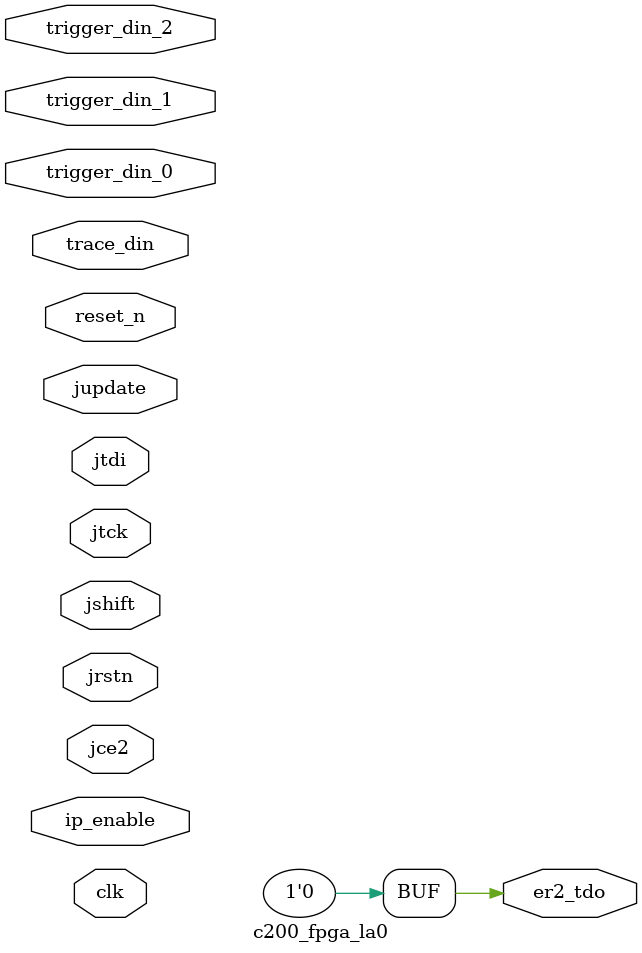
<source format=v>

/* WARNING - Changes to this file should be performed by re-running IPexpress
or modifying the .LPC file and regenerating the core.  Other changes may lead
to inconsistent simulation and/or implemenation results */

module c200_fpga_la0 (
    clk,
    reset_n,
    jtck,
    jrstn,
    jce2,
    jtdi,
    er2_tdo,
    jshift,
    jupdate,
    trigger_din_0,
    trigger_din_1,
    trigger_din_2,
    trace_din,
    ip_enable
);

// PARAMETERS DEFINED BY USER
localparam NUM_TRACE_SIGNALS   = 38;
localparam NUM_TRIGGER_SIGNALS = 10;
localparam INCLUDE_TRIG_DATA   = 0;
localparam NUM_TU_BITS_0       = 1;
localparam NUM_TU_BITS_1       = 8;
localparam NUM_TU_BITS_2       = 1;

input  clk;
input  reset_n;
input  jtck;
input  jrstn;
input  jce2;
input  jtdi;
output er2_tdo;
input  jshift;
input  jupdate;
input  [NUM_TU_BITS_0 -1:0] trigger_din_0;
input  [NUM_TU_BITS_1 -1:0] trigger_din_1;
input  [NUM_TU_BITS_2 -1:0] trigger_din_2;
input  [NUM_TRACE_SIGNALS + (NUM_TRIGGER_SIGNALS * INCLUDE_TRIG_DATA) -1:0] trace_din;
input  ip_enable;

assign er2_tdo = 1'b0;

endmodule

</source>
